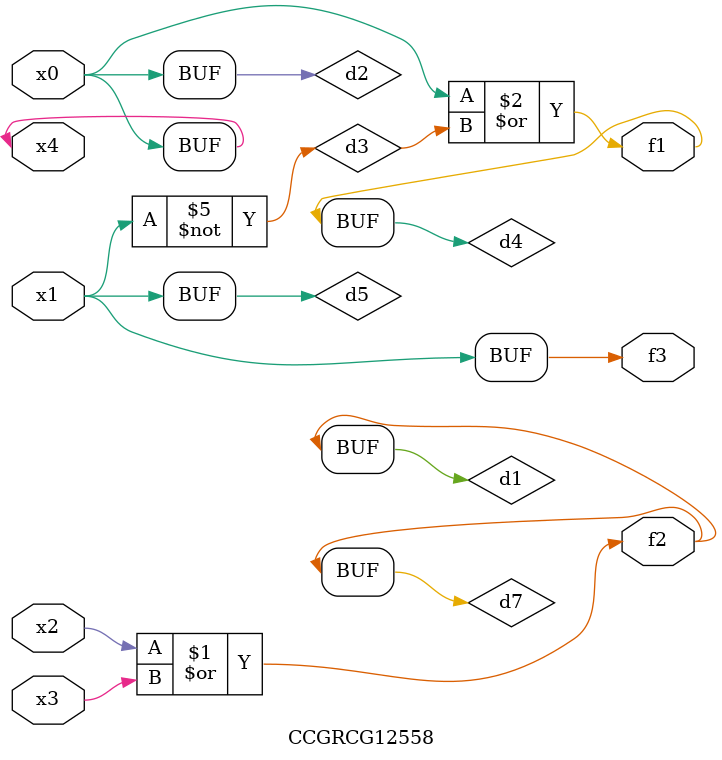
<source format=v>
module CCGRCG12558(
	input x0, x1, x2, x3, x4,
	output f1, f2, f3
);

	wire d1, d2, d3, d4, d5, d6, d7;

	or (d1, x2, x3);
	buf (d2, x0, x4);
	not (d3, x1);
	or (d4, d2, d3);
	not (d5, d3);
	nand (d6, d1, d3);
	or (d7, d1);
	assign f1 = d4;
	assign f2 = d7;
	assign f3 = d5;
endmodule

</source>
